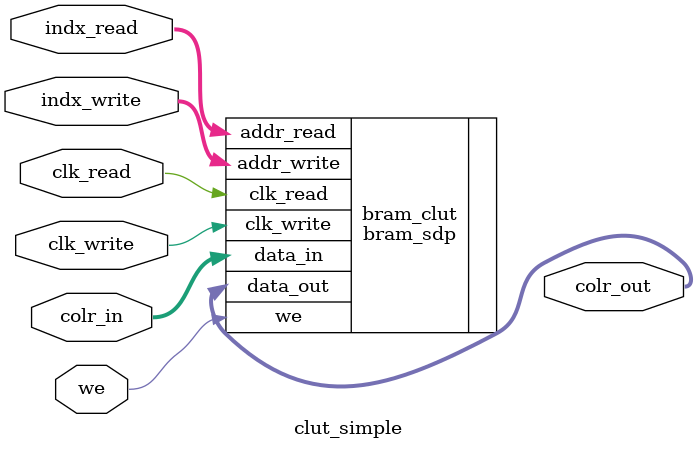
<source format=sv>

`default_nettype none
`timescale 1ns / 1ps

module clut_simple #(
    parameter COLRW=12,  // colour output width (bits)
    parameter INDXW=4,   // palette index width (bits)
    parameter F_PAL=""   // init file for colour palette
    ) (
    input  wire logic clk_write,  // write clock
    input  wire logic clk_read,   // read clock
    input  wire logic we,         // write enable
    input  wire logic [INDXW-1:0] indx_write,  // colour index to write
    input  wire logic [INDXW-1:0] indx_read,   // colour index to read
    input  wire logic [COLRW-1:0] colr_in,     // write colour
    output      logic [COLRW-1:0] colr_out     // read colour
    );

    bram_sdp #(
        .WIDTH(COLRW),
        .DEPTH(2**INDXW),
        .INIT_F(F_PAL)
        ) bram_clut (
        .clk_write,
        .clk_read,
        .we,
        .addr_write(indx_write),
        .addr_read(indx_read),
        .data_in(colr_in),
        .data_out(colr_out)
    );
endmodule

</source>
